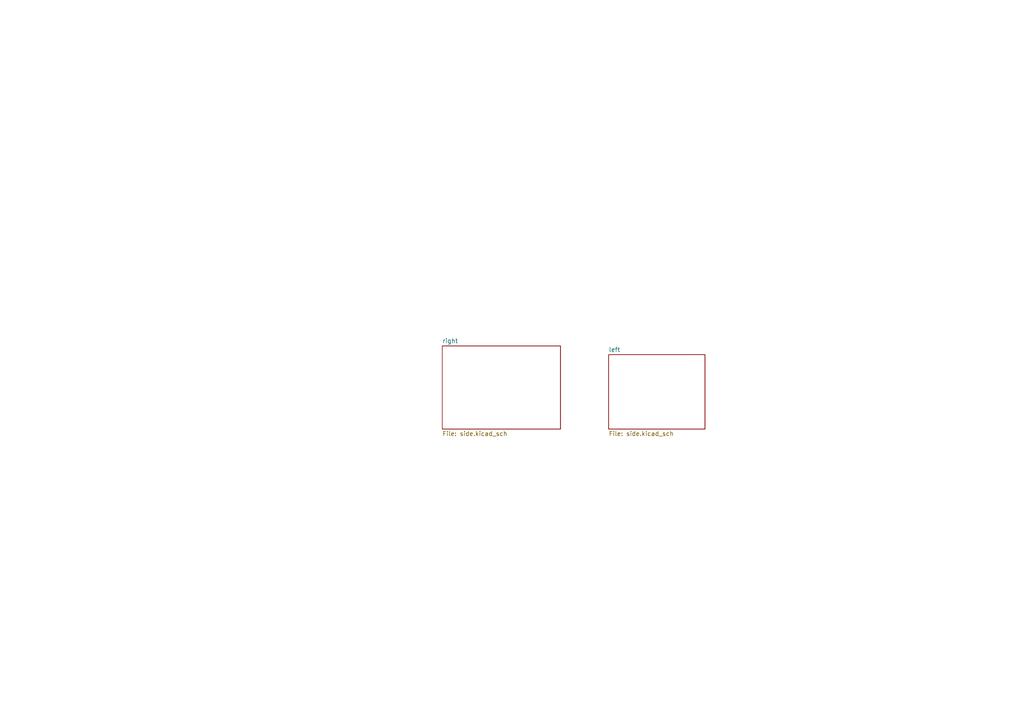
<source format=kicad_sch>
(kicad_sch
	(version 20231120)
	(generator "eeschema")
	(generator_version "8.0")
	(uuid "2b736a6b-c6e2-42fa-94c9-e384d663659b")
	(paper "A4")
	(lib_symbols)
	(sheet
		(at 176.53 102.87)
		(size 27.94 21.59)
		(fields_autoplaced yes)
		(stroke
			(width 0.1524)
			(type solid)
		)
		(fill
			(color 0 0 0 0.0000)
		)
		(uuid "4bb325fd-7371-4bed-a032-a434391e94c9")
		(property "Sheetname" "left"
			(at 176.53 102.1584 0)
			(effects
				(font
					(size 1.27 1.27)
				)
				(justify left bottom)
			)
		)
		(property "Sheetfile" "side.kicad_sch"
			(at 176.53 125.0446 0)
			(effects
				(font
					(size 1.27 1.27)
				)
				(justify left top)
			)
		)
		(instances
			(project "koeg-board-pcb"
				(path "/2b736a6b-c6e2-42fa-94c9-e384d663659b"
					(page "2")
				)
			)
		)
	)
	(sheet
		(at 128.27 100.33)
		(size 34.29 24.13)
		(fields_autoplaced yes)
		(stroke
			(width 0.1524)
			(type solid)
		)
		(fill
			(color 0 0 0 0.0000)
		)
		(uuid "8d53595d-91b9-4d70-adec-5245477c92d0")
		(property "Sheetname" "right"
			(at 128.27 99.6184 0)
			(effects
				(font
					(size 1.27 1.27)
				)
				(justify left bottom)
			)
		)
		(property "Sheetfile" "side.kicad_sch"
			(at 128.27 125.0446 0)
			(effects
				(font
					(size 1.27 1.27)
				)
				(justify left top)
			)
		)
		(instances
			(project "koeg-board-pcb"
				(path "/2b736a6b-c6e2-42fa-94c9-e384d663659b"
					(page "4")
				)
			)
		)
	)
	(sheet_instances
		(path "/"
			(page "1")
		)
	)
)

</source>
